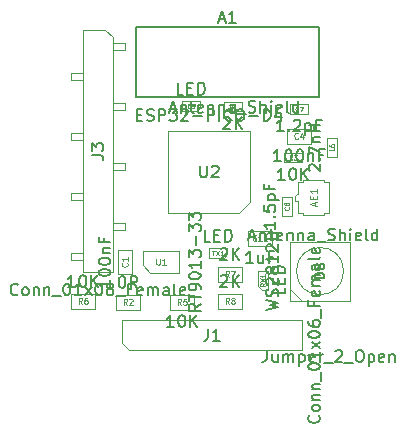
<source format=gbr>
%TF.GenerationSoftware,KiCad,Pcbnew,(5.1.9)-1*%
%TF.CreationDate,2021-06-07T11:13:51+02:00*%
%TF.ProjectId,esp32PicoD4,65737033-3250-4696-936f-44342e6b6963,rev?*%
%TF.SameCoordinates,Original*%
%TF.FileFunction,Other,Fab,Top*%
%FSLAX46Y46*%
G04 Gerber Fmt 4.6, Leading zero omitted, Abs format (unit mm)*
G04 Created by KiCad (PCBNEW (5.1.9)-1) date 2021-06-07 11:13:51*
%MOMM*%
%LPD*%
G01*
G04 APERTURE LIST*
%ADD10C,0.100000*%
%ADD11C,0.150000*%
%ADD12C,0.060000*%
%ADD13C,0.090000*%
%ADD14C,0.080000*%
%ADD15C,0.075000*%
G04 APERTURE END LIST*
D10*
%TO.C,R3*%
X205778000Y-87572000D02*
X204178000Y-87572000D01*
X205778000Y-86772000D02*
X205778000Y-87572000D01*
X204178000Y-86772000D02*
X205778000Y-86772000D01*
X204178000Y-87572000D02*
X204178000Y-86772000D01*
%TO.C,AE1*%
X205823000Y-92024000D02*
X205823000Y-91824000D01*
X205823000Y-91824000D02*
X205423000Y-91824000D01*
X205423000Y-90824000D02*
X205423000Y-91824000D01*
X205173000Y-90824000D02*
X205423000Y-90824000D01*
X205173000Y-90824000D02*
X205173000Y-90374000D01*
X205323000Y-90224000D02*
X205423000Y-90224000D01*
X205423000Y-90224000D02*
X205423000Y-89224000D01*
X205823000Y-89024000D02*
X205823000Y-89224000D01*
X205823000Y-89224000D02*
X205423000Y-89224000D01*
X205823000Y-92024000D02*
X207623000Y-92024000D01*
X207623000Y-92024000D02*
X207623000Y-91824000D01*
X208023000Y-91824000D02*
X207623000Y-91824000D01*
X208023000Y-89224000D02*
X208023000Y-91824000D01*
X205823000Y-89024000D02*
X207623000Y-89024000D01*
X207623000Y-89024000D02*
X207623000Y-89224000D01*
X208023000Y-89224000D02*
X207623000Y-89224000D01*
X205323000Y-90224000D02*
X205173000Y-90374000D01*
%TO.C,C1*%
X190129000Y-95012000D02*
X191379000Y-95012000D01*
X191379000Y-95012000D02*
X191379000Y-97012000D01*
X191379000Y-97012000D02*
X190129000Y-97012000D01*
X190129000Y-97012000D02*
X190129000Y-95012000D01*
%TO.C,L6*%
X207880000Y-85500000D02*
X208680000Y-85500000D01*
X208680000Y-85500000D02*
X208680000Y-87100000D01*
X208680000Y-87100000D02*
X207880000Y-87100000D01*
X207880000Y-87100000D02*
X207880000Y-85500000D01*
%TO.C,C8*%
X204070000Y-90486000D02*
X204870000Y-90486000D01*
X204870000Y-90486000D02*
X204870000Y-92086000D01*
X204870000Y-92086000D02*
X204070000Y-92086000D01*
X204070000Y-92086000D02*
X204070000Y-90486000D01*
%TO.C,C7*%
X204686000Y-83458000D02*
X204686000Y-82658000D01*
X204686000Y-82658000D02*
X206286000Y-82658000D01*
X206286000Y-82658000D02*
X206286000Y-83458000D01*
X206286000Y-83458000D02*
X204686000Y-83458000D01*
%TO.C,D8*%
X205764000Y-99274000D02*
X204764000Y-98274000D01*
X209764000Y-94274000D02*
X204764000Y-94274000D01*
X204764000Y-94274000D02*
X204764000Y-99274000D01*
X204764000Y-99274000D02*
X209764000Y-99274000D01*
X209764000Y-99274000D02*
X209764000Y-94274000D01*
X209264000Y-96774000D02*
G75*
G03*
X209264000Y-96774000I-2000000J0D01*
G01*
%TO.C,R1*%
X199098000Y-83250000D02*
X199098000Y-82450000D01*
X199098000Y-82450000D02*
X200698000Y-82450000D01*
X200698000Y-82450000D02*
X200698000Y-83250000D01*
X200698000Y-83250000D02*
X199098000Y-83250000D01*
%TO.C,R8*%
X198644000Y-98689000D02*
X200644000Y-98689000D01*
X198644000Y-99939000D02*
X198644000Y-98689000D01*
X200644000Y-99939000D02*
X198644000Y-99939000D01*
X200644000Y-98689000D02*
X200644000Y-99939000D01*
%TO.C,R7*%
X198644000Y-96403000D02*
X200644000Y-96403000D01*
X198644000Y-97653000D02*
X198644000Y-96403000D01*
X200644000Y-97653000D02*
X198644000Y-97653000D01*
X200644000Y-96403000D02*
X200644000Y-97653000D01*
%TO.C,RX1*%
X202838000Y-96736000D02*
X202038000Y-96736000D01*
X202838000Y-98336000D02*
X202838000Y-96736000D01*
X202338000Y-98336000D02*
X202838000Y-98336000D01*
X202038000Y-98036000D02*
X202338000Y-98336000D01*
X202038000Y-96736000D02*
X202038000Y-98036000D01*
%TO.C,TX1*%
X197828000Y-94850000D02*
X197828000Y-95650000D01*
X199428000Y-94850000D02*
X197828000Y-94850000D01*
X199428000Y-95350000D02*
X199428000Y-94850000D01*
X199128000Y-95650000D02*
X199428000Y-95350000D01*
X197828000Y-95650000D02*
X199128000Y-95650000D01*
%TO.C,J1*%
X190500000Y-102843000D02*
X190500000Y-100938000D01*
X190500000Y-100938000D02*
X205740000Y-100938000D01*
X205740000Y-100938000D02*
X205740000Y-103478000D01*
X205740000Y-103478000D02*
X191135000Y-103478000D01*
X191135000Y-103478000D02*
X190500000Y-102843000D01*
%TO.C,R5*%
X194580000Y-100025000D02*
X194580000Y-98775000D01*
X194580000Y-98775000D02*
X196580000Y-98775000D01*
X196580000Y-98775000D02*
X196580000Y-100025000D01*
X196580000Y-100025000D02*
X194580000Y-100025000D01*
%TO.C,R2*%
X192008000Y-98775000D02*
X192008000Y-100025000D01*
X192008000Y-100025000D02*
X190008000Y-100025000D01*
X190008000Y-100025000D02*
X190008000Y-98775000D01*
X190008000Y-98775000D02*
X192008000Y-98775000D01*
%TO.C,R6*%
X188198000Y-98689000D02*
X188198000Y-99939000D01*
X188198000Y-99939000D02*
X186198000Y-99939000D01*
X186198000Y-99939000D02*
X186198000Y-98689000D01*
X186198000Y-98689000D02*
X188198000Y-98689000D01*
%TO.C,C11*%
X201184000Y-94605000D02*
X201184000Y-93355000D01*
X201184000Y-93355000D02*
X203184000Y-93355000D01*
X203184000Y-93355000D02*
X203184000Y-94605000D01*
X203184000Y-94605000D02*
X201184000Y-94605000D01*
%TO.C,C4*%
X204486000Y-85969000D02*
X204486000Y-84719000D01*
X204486000Y-84719000D02*
X206486000Y-84719000D01*
X206486000Y-84719000D02*
X206486000Y-85969000D01*
X206486000Y-85969000D02*
X204486000Y-85969000D01*
%TO.C,U2*%
X200366000Y-91892000D02*
X194366000Y-91892000D01*
X194366000Y-91892000D02*
X194366000Y-84892000D01*
X194366000Y-84892000D02*
X201366000Y-84892000D01*
X201366000Y-84892000D02*
X201366000Y-90892000D01*
X201366000Y-90892000D02*
X200366000Y-91892000D01*
%TO.C,U1*%
X192902000Y-96900000D02*
X192252000Y-96250000D01*
X192252000Y-95100000D02*
X192252000Y-96250000D01*
X192902000Y-96900000D02*
X195352000Y-96900000D01*
X195352000Y-95100000D02*
X195352000Y-96900000D01*
X192252000Y-95100000D02*
X195352000Y-95100000D01*
%TO.C,J3*%
X187198000Y-76354000D02*
X189103000Y-76354000D01*
X189103000Y-76354000D02*
X189738000Y-76989000D01*
X189738000Y-76989000D02*
X189738000Y-96874000D01*
X189738000Y-96874000D02*
X187198000Y-96874000D01*
X187198000Y-96874000D02*
X187198000Y-76354000D01*
X189738000Y-77424000D02*
X190738000Y-77424000D01*
X190738000Y-77424000D02*
X190738000Y-78024000D01*
X190738000Y-78024000D02*
X189738000Y-78024000D01*
X186198000Y-79964000D02*
X187198000Y-79964000D01*
X187198000Y-80564000D02*
X186198000Y-80564000D01*
X186198000Y-80564000D02*
X186198000Y-79964000D01*
X189738000Y-82504000D02*
X190738000Y-82504000D01*
X190738000Y-82504000D02*
X190738000Y-83104000D01*
X190738000Y-83104000D02*
X189738000Y-83104000D01*
X186198000Y-85044000D02*
X187198000Y-85044000D01*
X187198000Y-85644000D02*
X186198000Y-85644000D01*
X186198000Y-85644000D02*
X186198000Y-85044000D01*
X189738000Y-87584000D02*
X190738000Y-87584000D01*
X190738000Y-87584000D02*
X190738000Y-88184000D01*
X190738000Y-88184000D02*
X189738000Y-88184000D01*
X186198000Y-90124000D02*
X187198000Y-90124000D01*
X187198000Y-90724000D02*
X186198000Y-90724000D01*
X186198000Y-90724000D02*
X186198000Y-90124000D01*
X189738000Y-92664000D02*
X190738000Y-92664000D01*
X190738000Y-92664000D02*
X190738000Y-93264000D01*
X190738000Y-93264000D02*
X189738000Y-93264000D01*
X186198000Y-95204000D02*
X187198000Y-95204000D01*
X187198000Y-95804000D02*
X186198000Y-95804000D01*
X186198000Y-95804000D02*
X186198000Y-95204000D01*
%TO.C,D9*%
X195542000Y-83204000D02*
X196842000Y-83204000D01*
X196842000Y-83204000D02*
X197142000Y-82904000D01*
X197142000Y-82904000D02*
X197142000Y-82404000D01*
X197142000Y-82404000D02*
X195542000Y-82404000D01*
X195542000Y-82404000D02*
X195542000Y-83204000D01*
D11*
%TO.C,A1*%
X191662000Y-76084000D02*
X191662000Y-82034000D01*
X207162000Y-82034000D02*
X207162000Y-76084000D01*
X191662000Y-82034000D02*
X207162000Y-82034000D01*
X207162000Y-76084000D02*
X191662000Y-76084000D01*
%TD*%
%TO.C,R3*%
X204287523Y-89054380D02*
X203716095Y-89054380D01*
X204001809Y-89054380D02*
X204001809Y-88054380D01*
X203906571Y-88197238D01*
X203811333Y-88292476D01*
X203716095Y-88340095D01*
X204906571Y-88054380D02*
X205001809Y-88054380D01*
X205097047Y-88102000D01*
X205144666Y-88149619D01*
X205192285Y-88244857D01*
X205239904Y-88435333D01*
X205239904Y-88673428D01*
X205192285Y-88863904D01*
X205144666Y-88959142D01*
X205097047Y-89006761D01*
X205001809Y-89054380D01*
X204906571Y-89054380D01*
X204811333Y-89006761D01*
X204763714Y-88959142D01*
X204716095Y-88863904D01*
X204668476Y-88673428D01*
X204668476Y-88435333D01*
X204716095Y-88244857D01*
X204763714Y-88149619D01*
X204811333Y-88102000D01*
X204906571Y-88054380D01*
X205668476Y-89054380D02*
X205668476Y-88054380D01*
X206239904Y-89054380D02*
X205811333Y-88482952D01*
X206239904Y-88054380D02*
X205668476Y-88625809D01*
D12*
X204911333Y-87352952D02*
X204778000Y-87162476D01*
X204682761Y-87352952D02*
X204682761Y-86952952D01*
X204835142Y-86952952D01*
X204873238Y-86972000D01*
X204892285Y-86991047D01*
X204911333Y-87029142D01*
X204911333Y-87086285D01*
X204892285Y-87124380D01*
X204873238Y-87143428D01*
X204835142Y-87162476D01*
X204682761Y-87162476D01*
X205044666Y-86952952D02*
X205292285Y-86952952D01*
X205158952Y-87105333D01*
X205216095Y-87105333D01*
X205254190Y-87124380D01*
X205273238Y-87143428D01*
X205292285Y-87181523D01*
X205292285Y-87276761D01*
X205273238Y-87314857D01*
X205254190Y-87333904D01*
X205216095Y-87352952D01*
X205101809Y-87352952D01*
X205063714Y-87333904D01*
X205044666Y-87314857D01*
%TO.C,AE1*%
D11*
X201270619Y-93890666D02*
X201746809Y-93890666D01*
X201175380Y-94176380D02*
X201508714Y-93176380D01*
X201842047Y-94176380D01*
X202175380Y-93509714D02*
X202175380Y-94176380D01*
X202175380Y-93604952D02*
X202223000Y-93557333D01*
X202318238Y-93509714D01*
X202461095Y-93509714D01*
X202556333Y-93557333D01*
X202603952Y-93652571D01*
X202603952Y-94176380D01*
X202937285Y-93509714D02*
X203318238Y-93509714D01*
X203080142Y-93176380D02*
X203080142Y-94033523D01*
X203127761Y-94128761D01*
X203223000Y-94176380D01*
X203318238Y-94176380D01*
X204032523Y-94128761D02*
X203937285Y-94176380D01*
X203746809Y-94176380D01*
X203651571Y-94128761D01*
X203603952Y-94033523D01*
X203603952Y-93652571D01*
X203651571Y-93557333D01*
X203746809Y-93509714D01*
X203937285Y-93509714D01*
X204032523Y-93557333D01*
X204080142Y-93652571D01*
X204080142Y-93747809D01*
X203603952Y-93843047D01*
X204508714Y-93509714D02*
X204508714Y-94176380D01*
X204508714Y-93604952D02*
X204556333Y-93557333D01*
X204651571Y-93509714D01*
X204794428Y-93509714D01*
X204889666Y-93557333D01*
X204937285Y-93652571D01*
X204937285Y-94176380D01*
X205413476Y-93509714D02*
X205413476Y-94176380D01*
X205413476Y-93604952D02*
X205461095Y-93557333D01*
X205556333Y-93509714D01*
X205699190Y-93509714D01*
X205794428Y-93557333D01*
X205842047Y-93652571D01*
X205842047Y-94176380D01*
X206746809Y-94176380D02*
X206746809Y-93652571D01*
X206699190Y-93557333D01*
X206603952Y-93509714D01*
X206413476Y-93509714D01*
X206318238Y-93557333D01*
X206746809Y-94128761D02*
X206651571Y-94176380D01*
X206413476Y-94176380D01*
X206318238Y-94128761D01*
X206270619Y-94033523D01*
X206270619Y-93938285D01*
X206318238Y-93843047D01*
X206413476Y-93795428D01*
X206651571Y-93795428D01*
X206746809Y-93747809D01*
X206984904Y-94271619D02*
X207746809Y-94271619D01*
X207937285Y-94128761D02*
X208080142Y-94176380D01*
X208318238Y-94176380D01*
X208413476Y-94128761D01*
X208461095Y-94081142D01*
X208508714Y-93985904D01*
X208508714Y-93890666D01*
X208461095Y-93795428D01*
X208413476Y-93747809D01*
X208318238Y-93700190D01*
X208127761Y-93652571D01*
X208032523Y-93604952D01*
X207984904Y-93557333D01*
X207937285Y-93462095D01*
X207937285Y-93366857D01*
X207984904Y-93271619D01*
X208032523Y-93224000D01*
X208127761Y-93176380D01*
X208365857Y-93176380D01*
X208508714Y-93224000D01*
X208937285Y-94176380D02*
X208937285Y-93176380D01*
X209365857Y-94176380D02*
X209365857Y-93652571D01*
X209318238Y-93557333D01*
X209223000Y-93509714D01*
X209080142Y-93509714D01*
X208984904Y-93557333D01*
X208937285Y-93604952D01*
X209842047Y-94176380D02*
X209842047Y-93509714D01*
X209842047Y-93176380D02*
X209794428Y-93224000D01*
X209842047Y-93271619D01*
X209889666Y-93224000D01*
X209842047Y-93176380D01*
X209842047Y-93271619D01*
X210699190Y-94128761D02*
X210603952Y-94176380D01*
X210413476Y-94176380D01*
X210318238Y-94128761D01*
X210270619Y-94033523D01*
X210270619Y-93652571D01*
X210318238Y-93557333D01*
X210413476Y-93509714D01*
X210603952Y-93509714D01*
X210699190Y-93557333D01*
X210746809Y-93652571D01*
X210746809Y-93747809D01*
X210270619Y-93843047D01*
X211318238Y-94176380D02*
X211223000Y-94128761D01*
X211175380Y-94033523D01*
X211175380Y-93176380D01*
X212127761Y-94176380D02*
X212127761Y-93176380D01*
X212127761Y-94128761D02*
X212032523Y-94176380D01*
X211842047Y-94176380D01*
X211746809Y-94128761D01*
X211699190Y-94081142D01*
X211651571Y-93985904D01*
X211651571Y-93700190D01*
X211699190Y-93604952D01*
X211746809Y-93557333D01*
X211842047Y-93509714D01*
X212032523Y-93509714D01*
X212127761Y-93557333D01*
D13*
X206823000Y-91224000D02*
X206823000Y-90938285D01*
X206994428Y-91281142D02*
X206394428Y-91081142D01*
X206994428Y-90881142D01*
X206680142Y-90681142D02*
X206680142Y-90481142D01*
X206994428Y-90395428D02*
X206994428Y-90681142D01*
X206394428Y-90681142D01*
X206394428Y-90395428D01*
X206994428Y-89824000D02*
X206994428Y-90166857D01*
X206994428Y-89995428D02*
X206394428Y-89995428D01*
X206480142Y-90052571D01*
X206537285Y-90109714D01*
X206565857Y-90166857D01*
%TO.C,B1*%
D11*
X202764095Y-103460380D02*
X202764095Y-104174666D01*
X202716476Y-104317523D01*
X202621238Y-104412761D01*
X202478380Y-104460380D01*
X202383142Y-104460380D01*
X203668857Y-103793714D02*
X203668857Y-104460380D01*
X203240285Y-103793714D02*
X203240285Y-104317523D01*
X203287904Y-104412761D01*
X203383142Y-104460380D01*
X203526000Y-104460380D01*
X203621238Y-104412761D01*
X203668857Y-104365142D01*
X204145047Y-104460380D02*
X204145047Y-103793714D01*
X204145047Y-103888952D02*
X204192666Y-103841333D01*
X204287904Y-103793714D01*
X204430761Y-103793714D01*
X204526000Y-103841333D01*
X204573619Y-103936571D01*
X204573619Y-104460380D01*
X204573619Y-103936571D02*
X204621238Y-103841333D01*
X204716476Y-103793714D01*
X204859333Y-103793714D01*
X204954571Y-103841333D01*
X205002190Y-103936571D01*
X205002190Y-104460380D01*
X205478380Y-103793714D02*
X205478380Y-104793714D01*
X205478380Y-103841333D02*
X205573619Y-103793714D01*
X205764095Y-103793714D01*
X205859333Y-103841333D01*
X205906952Y-103888952D01*
X205954571Y-103984190D01*
X205954571Y-104269904D01*
X205906952Y-104365142D01*
X205859333Y-104412761D01*
X205764095Y-104460380D01*
X205573619Y-104460380D01*
X205478380Y-104412761D01*
X206764095Y-104412761D02*
X206668857Y-104460380D01*
X206478380Y-104460380D01*
X206383142Y-104412761D01*
X206335523Y-104317523D01*
X206335523Y-103936571D01*
X206383142Y-103841333D01*
X206478380Y-103793714D01*
X206668857Y-103793714D01*
X206764095Y-103841333D01*
X206811714Y-103936571D01*
X206811714Y-104031809D01*
X206335523Y-104127047D01*
X207240285Y-104460380D02*
X207240285Y-103793714D01*
X207240285Y-103984190D02*
X207287904Y-103888952D01*
X207335523Y-103841333D01*
X207430761Y-103793714D01*
X207526000Y-103793714D01*
X207621238Y-104555619D02*
X208383142Y-104555619D01*
X208573619Y-103555619D02*
X208621238Y-103508000D01*
X208716476Y-103460380D01*
X208954571Y-103460380D01*
X209049809Y-103508000D01*
X209097428Y-103555619D01*
X209145047Y-103650857D01*
X209145047Y-103746095D01*
X209097428Y-103888952D01*
X208526000Y-104460380D01*
X209145047Y-104460380D01*
X209335523Y-104555619D02*
X210097428Y-104555619D01*
X210526000Y-103460380D02*
X210716476Y-103460380D01*
X210811714Y-103508000D01*
X210906952Y-103603238D01*
X210954571Y-103793714D01*
X210954571Y-104127047D01*
X210906952Y-104317523D01*
X210811714Y-104412761D01*
X210716476Y-104460380D01*
X210526000Y-104460380D01*
X210430761Y-104412761D01*
X210335523Y-104317523D01*
X210287904Y-104127047D01*
X210287904Y-103793714D01*
X210335523Y-103603238D01*
X210430761Y-103508000D01*
X210526000Y-103460380D01*
X211383142Y-103793714D02*
X211383142Y-104793714D01*
X211383142Y-103841333D02*
X211478380Y-103793714D01*
X211668857Y-103793714D01*
X211764095Y-103841333D01*
X211811714Y-103888952D01*
X211859333Y-103984190D01*
X211859333Y-104269904D01*
X211811714Y-104365142D01*
X211764095Y-104412761D01*
X211668857Y-104460380D01*
X211478380Y-104460380D01*
X211383142Y-104412761D01*
X212668857Y-104412761D02*
X212573619Y-104460380D01*
X212383142Y-104460380D01*
X212287904Y-104412761D01*
X212240285Y-104317523D01*
X212240285Y-103936571D01*
X212287904Y-103841333D01*
X212383142Y-103793714D01*
X212573619Y-103793714D01*
X212668857Y-103841333D01*
X212716476Y-103936571D01*
X212716476Y-104031809D01*
X212240285Y-104127047D01*
X213145047Y-103793714D02*
X213145047Y-104460380D01*
X213145047Y-103888952D02*
X213192666Y-103841333D01*
X213287904Y-103793714D01*
X213430761Y-103793714D01*
X213526000Y-103841333D01*
X213573619Y-103936571D01*
X213573619Y-104460380D01*
%TO.C,C1*%
X189526380Y-97559619D02*
X189526380Y-98131047D01*
X189526380Y-97845333D02*
X188526380Y-97845333D01*
X188669238Y-97940571D01*
X188764476Y-98035809D01*
X188812095Y-98131047D01*
X188526380Y-96940571D02*
X188526380Y-96845333D01*
X188574000Y-96750095D01*
X188621619Y-96702476D01*
X188716857Y-96654857D01*
X188907333Y-96607238D01*
X189145428Y-96607238D01*
X189335904Y-96654857D01*
X189431142Y-96702476D01*
X189478761Y-96750095D01*
X189526380Y-96845333D01*
X189526380Y-96940571D01*
X189478761Y-97035809D01*
X189431142Y-97083428D01*
X189335904Y-97131047D01*
X189145428Y-97178666D01*
X188907333Y-97178666D01*
X188716857Y-97131047D01*
X188621619Y-97083428D01*
X188574000Y-97035809D01*
X188526380Y-96940571D01*
X188526380Y-95988190D02*
X188526380Y-95892952D01*
X188574000Y-95797714D01*
X188621619Y-95750095D01*
X188716857Y-95702476D01*
X188907333Y-95654857D01*
X189145428Y-95654857D01*
X189335904Y-95702476D01*
X189431142Y-95750095D01*
X189478761Y-95797714D01*
X189526380Y-95892952D01*
X189526380Y-95988190D01*
X189478761Y-96083428D01*
X189431142Y-96131047D01*
X189335904Y-96178666D01*
X189145428Y-96226285D01*
X188907333Y-96226285D01*
X188716857Y-96178666D01*
X188621619Y-96131047D01*
X188574000Y-96083428D01*
X188526380Y-95988190D01*
X188859714Y-95226285D02*
X189526380Y-95226285D01*
X188954952Y-95226285D02*
X188907333Y-95178666D01*
X188859714Y-95083428D01*
X188859714Y-94940571D01*
X188907333Y-94845333D01*
X189002571Y-94797714D01*
X189526380Y-94797714D01*
X189002571Y-93988190D02*
X189002571Y-94321523D01*
X189526380Y-94321523D02*
X188526380Y-94321523D01*
X188526380Y-93845333D01*
D14*
X190932571Y-96095333D02*
X190956380Y-96119142D01*
X190980190Y-96190571D01*
X190980190Y-96238190D01*
X190956380Y-96309619D01*
X190908761Y-96357238D01*
X190861142Y-96381047D01*
X190765904Y-96404857D01*
X190694476Y-96404857D01*
X190599238Y-96381047D01*
X190551619Y-96357238D01*
X190504000Y-96309619D01*
X190480190Y-96238190D01*
X190480190Y-96190571D01*
X190504000Y-96119142D01*
X190527809Y-96095333D01*
X190980190Y-95619142D02*
X190980190Y-95904857D01*
X190980190Y-95762000D02*
X190480190Y-95762000D01*
X190551619Y-95809619D01*
X190599238Y-95857238D01*
X190623047Y-95904857D01*
%TO.C,L6*%
D11*
X206397619Y-88276190D02*
X206350000Y-88228571D01*
X206302380Y-88133333D01*
X206302380Y-87895238D01*
X206350000Y-87800000D01*
X206397619Y-87752380D01*
X206492857Y-87704761D01*
X206588095Y-87704761D01*
X206730952Y-87752380D01*
X207302380Y-88323809D01*
X207302380Y-87704761D01*
X207207142Y-87276190D02*
X207254761Y-87228571D01*
X207302380Y-87276190D01*
X207254761Y-87323809D01*
X207207142Y-87276190D01*
X207302380Y-87276190D01*
X206302380Y-86895238D02*
X206302380Y-86228571D01*
X207302380Y-86657142D01*
X206635714Y-85847619D02*
X207302380Y-85847619D01*
X206730952Y-85847619D02*
X206683333Y-85800000D01*
X206635714Y-85704761D01*
X206635714Y-85561904D01*
X206683333Y-85466666D01*
X206778571Y-85419047D01*
X207302380Y-85419047D01*
X207302380Y-84942857D02*
X206302380Y-84942857D01*
X206778571Y-84942857D02*
X206778571Y-84371428D01*
X207302380Y-84371428D02*
X206302380Y-84371428D01*
D12*
X208460952Y-86366666D02*
X208460952Y-86557142D01*
X208060952Y-86557142D01*
X208060952Y-86061904D02*
X208060952Y-86138095D01*
X208080000Y-86176190D01*
X208099047Y-86195238D01*
X208156190Y-86233333D01*
X208232380Y-86252380D01*
X208384761Y-86252380D01*
X208422857Y-86233333D01*
X208441904Y-86214285D01*
X208460952Y-86176190D01*
X208460952Y-86100000D01*
X208441904Y-86061904D01*
X208422857Y-86042857D01*
X208384761Y-86023809D01*
X208289523Y-86023809D01*
X208251428Y-86042857D01*
X208232380Y-86061904D01*
X208213333Y-86100000D01*
X208213333Y-86176190D01*
X208232380Y-86214285D01*
X208251428Y-86233333D01*
X208289523Y-86252380D01*
%TO.C,C8*%
D11*
X203492380Y-92595523D02*
X203492380Y-93166952D01*
X203492380Y-92881238D02*
X202492380Y-92881238D01*
X202635238Y-92976476D01*
X202730476Y-93071714D01*
X202778095Y-93166952D01*
X203397142Y-92166952D02*
X203444761Y-92119333D01*
X203492380Y-92166952D01*
X203444761Y-92214571D01*
X203397142Y-92166952D01*
X203492380Y-92166952D01*
X202492380Y-91214571D02*
X202492380Y-91690761D01*
X202968571Y-91738380D01*
X202920952Y-91690761D01*
X202873333Y-91595523D01*
X202873333Y-91357428D01*
X202920952Y-91262190D01*
X202968571Y-91214571D01*
X203063809Y-91166952D01*
X203301904Y-91166952D01*
X203397142Y-91214571D01*
X203444761Y-91262190D01*
X203492380Y-91357428D01*
X203492380Y-91595523D01*
X203444761Y-91690761D01*
X203397142Y-91738380D01*
X202825714Y-90738380D02*
X203825714Y-90738380D01*
X202873333Y-90738380D02*
X202825714Y-90643142D01*
X202825714Y-90452666D01*
X202873333Y-90357428D01*
X202920952Y-90309809D01*
X203016190Y-90262190D01*
X203301904Y-90262190D01*
X203397142Y-90309809D01*
X203444761Y-90357428D01*
X203492380Y-90452666D01*
X203492380Y-90643142D01*
X203444761Y-90738380D01*
X202968571Y-89500285D02*
X202968571Y-89833619D01*
X203492380Y-89833619D02*
X202492380Y-89833619D01*
X202492380Y-89357428D01*
D12*
X204612857Y-91352666D02*
X204631904Y-91371714D01*
X204650952Y-91428857D01*
X204650952Y-91466952D01*
X204631904Y-91524095D01*
X204593809Y-91562190D01*
X204555714Y-91581238D01*
X204479523Y-91600285D01*
X204422380Y-91600285D01*
X204346190Y-91581238D01*
X204308095Y-91562190D01*
X204270000Y-91524095D01*
X204250952Y-91466952D01*
X204250952Y-91428857D01*
X204270000Y-91371714D01*
X204289047Y-91352666D01*
X204422380Y-91124095D02*
X204403333Y-91162190D01*
X204384285Y-91181238D01*
X204346190Y-91200285D01*
X204327142Y-91200285D01*
X204289047Y-91181238D01*
X204270000Y-91162190D01*
X204250952Y-91124095D01*
X204250952Y-91047904D01*
X204270000Y-91009809D01*
X204289047Y-90990761D01*
X204327142Y-90971714D01*
X204346190Y-90971714D01*
X204384285Y-90990761D01*
X204403333Y-91009809D01*
X204422380Y-91047904D01*
X204422380Y-91124095D01*
X204441428Y-91162190D01*
X204460476Y-91181238D01*
X204498571Y-91200285D01*
X204574761Y-91200285D01*
X204612857Y-91181238D01*
X204631904Y-91162190D01*
X204650952Y-91124095D01*
X204650952Y-91047904D01*
X204631904Y-91009809D01*
X204612857Y-90990761D01*
X204574761Y-90971714D01*
X204498571Y-90971714D01*
X204460476Y-90990761D01*
X204441428Y-91009809D01*
X204422380Y-91047904D01*
%TO.C,C7*%
D11*
X204176476Y-84940380D02*
X203605047Y-84940380D01*
X203890761Y-84940380D02*
X203890761Y-83940380D01*
X203795523Y-84083238D01*
X203700285Y-84178476D01*
X203605047Y-84226095D01*
X204605047Y-84845142D02*
X204652666Y-84892761D01*
X204605047Y-84940380D01*
X204557428Y-84892761D01*
X204605047Y-84845142D01*
X204605047Y-84940380D01*
X205033619Y-84035619D02*
X205081238Y-83988000D01*
X205176476Y-83940380D01*
X205414571Y-83940380D01*
X205509809Y-83988000D01*
X205557428Y-84035619D01*
X205605047Y-84130857D01*
X205605047Y-84226095D01*
X205557428Y-84368952D01*
X204986000Y-84940380D01*
X205605047Y-84940380D01*
X206033619Y-84273714D02*
X206033619Y-85273714D01*
X206033619Y-84321333D02*
X206128857Y-84273714D01*
X206319333Y-84273714D01*
X206414571Y-84321333D01*
X206462190Y-84368952D01*
X206509809Y-84464190D01*
X206509809Y-84749904D01*
X206462190Y-84845142D01*
X206414571Y-84892761D01*
X206319333Y-84940380D01*
X206128857Y-84940380D01*
X206033619Y-84892761D01*
X207271714Y-84416571D02*
X206938380Y-84416571D01*
X206938380Y-84940380D02*
X206938380Y-83940380D01*
X207414571Y-83940380D01*
D12*
X205419333Y-83200857D02*
X205400285Y-83219904D01*
X205343142Y-83238952D01*
X205305047Y-83238952D01*
X205247904Y-83219904D01*
X205209809Y-83181809D01*
X205190761Y-83143714D01*
X205171714Y-83067523D01*
X205171714Y-83010380D01*
X205190761Y-82934190D01*
X205209809Y-82896095D01*
X205247904Y-82858000D01*
X205305047Y-82838952D01*
X205343142Y-82838952D01*
X205400285Y-82858000D01*
X205419333Y-82877047D01*
X205552666Y-82838952D02*
X205819333Y-82838952D01*
X205647904Y-83238952D01*
%TO.C,D8*%
D11*
X202716380Y-100083523D02*
X203716380Y-99845428D01*
X203002095Y-99654952D01*
X203716380Y-99464476D01*
X202716380Y-99226380D01*
X203668761Y-98893047D02*
X203716380Y-98750190D01*
X203716380Y-98512095D01*
X203668761Y-98416857D01*
X203621142Y-98369238D01*
X203525904Y-98321619D01*
X203430666Y-98321619D01*
X203335428Y-98369238D01*
X203287809Y-98416857D01*
X203240190Y-98512095D01*
X203192571Y-98702571D01*
X203144952Y-98797809D01*
X203097333Y-98845428D01*
X203002095Y-98893047D01*
X202906857Y-98893047D01*
X202811619Y-98845428D01*
X202764000Y-98797809D01*
X202716380Y-98702571D01*
X202716380Y-98464476D01*
X202764000Y-98321619D01*
X202811619Y-97940666D02*
X202764000Y-97893047D01*
X202716380Y-97797809D01*
X202716380Y-97559714D01*
X202764000Y-97464476D01*
X202811619Y-97416857D01*
X202906857Y-97369238D01*
X203002095Y-97369238D01*
X203144952Y-97416857D01*
X203716380Y-97988285D01*
X203716380Y-97369238D01*
X203144952Y-96797809D02*
X203097333Y-96893047D01*
X203049714Y-96940666D01*
X202954476Y-96988285D01*
X202906857Y-96988285D01*
X202811619Y-96940666D01*
X202764000Y-96893047D01*
X202716380Y-96797809D01*
X202716380Y-96607333D01*
X202764000Y-96512095D01*
X202811619Y-96464476D01*
X202906857Y-96416857D01*
X202954476Y-96416857D01*
X203049714Y-96464476D01*
X203097333Y-96512095D01*
X203144952Y-96607333D01*
X203144952Y-96797809D01*
X203192571Y-96893047D01*
X203240190Y-96940666D01*
X203335428Y-96988285D01*
X203525904Y-96988285D01*
X203621142Y-96940666D01*
X203668761Y-96893047D01*
X203716380Y-96797809D01*
X203716380Y-96607333D01*
X203668761Y-96512095D01*
X203621142Y-96464476D01*
X203525904Y-96416857D01*
X203335428Y-96416857D01*
X203240190Y-96464476D01*
X203192571Y-96512095D01*
X203144952Y-96607333D01*
X203716380Y-95464476D02*
X203716380Y-96035904D01*
X203716380Y-95750190D02*
X202716380Y-95750190D01*
X202859238Y-95845428D01*
X202954476Y-95940666D01*
X203002095Y-96035904D01*
X202811619Y-95083523D02*
X202764000Y-95035904D01*
X202716380Y-94940666D01*
X202716380Y-94702571D01*
X202764000Y-94607333D01*
X202811619Y-94559714D01*
X202906857Y-94512095D01*
X203002095Y-94512095D01*
X203144952Y-94559714D01*
X203716380Y-95131142D01*
X203716380Y-94512095D01*
X203192571Y-93750190D02*
X203240190Y-93607333D01*
X203287809Y-93559714D01*
X203383047Y-93512095D01*
X203525904Y-93512095D01*
X203621142Y-93559714D01*
X203668761Y-93607333D01*
X203716380Y-93702571D01*
X203716380Y-94083523D01*
X202716380Y-94083523D01*
X202716380Y-93750190D01*
X202764000Y-93654952D01*
X202811619Y-93607333D01*
X202906857Y-93559714D01*
X203002095Y-93559714D01*
X203097333Y-93607333D01*
X203144952Y-93654952D01*
X203192571Y-93750190D01*
X203192571Y-94083523D01*
X207625904Y-97364476D02*
X206825904Y-97364476D01*
X206825904Y-97174000D01*
X206864000Y-97059714D01*
X206940190Y-96983523D01*
X207016380Y-96945428D01*
X207168761Y-96907333D01*
X207283047Y-96907333D01*
X207435428Y-96945428D01*
X207511619Y-96983523D01*
X207587809Y-97059714D01*
X207625904Y-97174000D01*
X207625904Y-97364476D01*
X207168761Y-96450190D02*
X207130666Y-96526380D01*
X207092571Y-96564476D01*
X207016380Y-96602571D01*
X206978285Y-96602571D01*
X206902095Y-96564476D01*
X206864000Y-96526380D01*
X206825904Y-96450190D01*
X206825904Y-96297809D01*
X206864000Y-96221619D01*
X206902095Y-96183523D01*
X206978285Y-96145428D01*
X207016380Y-96145428D01*
X207092571Y-96183523D01*
X207130666Y-96221619D01*
X207168761Y-96297809D01*
X207168761Y-96450190D01*
X207206857Y-96526380D01*
X207244952Y-96564476D01*
X207321142Y-96602571D01*
X207473523Y-96602571D01*
X207549714Y-96564476D01*
X207587809Y-96526380D01*
X207625904Y-96450190D01*
X207625904Y-96297809D01*
X207587809Y-96221619D01*
X207549714Y-96183523D01*
X207473523Y-96145428D01*
X207321142Y-96145428D01*
X207244952Y-96183523D01*
X207206857Y-96221619D01*
X207168761Y-96297809D01*
%TO.C,R1*%
X199112285Y-83827619D02*
X199159904Y-83780000D01*
X199255142Y-83732380D01*
X199493238Y-83732380D01*
X199588476Y-83780000D01*
X199636095Y-83827619D01*
X199683714Y-83922857D01*
X199683714Y-84018095D01*
X199636095Y-84160952D01*
X199064666Y-84732380D01*
X199683714Y-84732380D01*
X200112285Y-84732380D02*
X200112285Y-83732380D01*
X200683714Y-84732380D02*
X200255142Y-84160952D01*
X200683714Y-83732380D02*
X200112285Y-84303809D01*
D12*
X199831333Y-83030952D02*
X199698000Y-82840476D01*
X199602761Y-83030952D02*
X199602761Y-82630952D01*
X199755142Y-82630952D01*
X199793238Y-82650000D01*
X199812285Y-82669047D01*
X199831333Y-82707142D01*
X199831333Y-82764285D01*
X199812285Y-82802380D01*
X199793238Y-82821428D01*
X199755142Y-82840476D01*
X199602761Y-82840476D01*
X200212285Y-83030952D02*
X199983714Y-83030952D01*
X200098000Y-83030952D02*
X200098000Y-82630952D01*
X200059904Y-82688095D01*
X200021809Y-82726190D01*
X199983714Y-82745238D01*
%TO.C,R8*%
D11*
X198858285Y-97211619D02*
X198905904Y-97164000D01*
X199001142Y-97116380D01*
X199239238Y-97116380D01*
X199334476Y-97164000D01*
X199382095Y-97211619D01*
X199429714Y-97306857D01*
X199429714Y-97402095D01*
X199382095Y-97544952D01*
X198810666Y-98116380D01*
X199429714Y-98116380D01*
X199858285Y-98116380D02*
X199858285Y-97116380D01*
X200429714Y-98116380D02*
X200001142Y-97544952D01*
X200429714Y-97116380D02*
X199858285Y-97687809D01*
D14*
X199560666Y-99540190D02*
X199394000Y-99302095D01*
X199274952Y-99540190D02*
X199274952Y-99040190D01*
X199465428Y-99040190D01*
X199513047Y-99064000D01*
X199536857Y-99087809D01*
X199560666Y-99135428D01*
X199560666Y-99206857D01*
X199536857Y-99254476D01*
X199513047Y-99278285D01*
X199465428Y-99302095D01*
X199274952Y-99302095D01*
X199846380Y-99254476D02*
X199798761Y-99230666D01*
X199774952Y-99206857D01*
X199751142Y-99159238D01*
X199751142Y-99135428D01*
X199774952Y-99087809D01*
X199798761Y-99064000D01*
X199846380Y-99040190D01*
X199941619Y-99040190D01*
X199989238Y-99064000D01*
X200013047Y-99087809D01*
X200036857Y-99135428D01*
X200036857Y-99159238D01*
X200013047Y-99206857D01*
X199989238Y-99230666D01*
X199941619Y-99254476D01*
X199846380Y-99254476D01*
X199798761Y-99278285D01*
X199774952Y-99302095D01*
X199751142Y-99349714D01*
X199751142Y-99444952D01*
X199774952Y-99492571D01*
X199798761Y-99516380D01*
X199846380Y-99540190D01*
X199941619Y-99540190D01*
X199989238Y-99516380D01*
X200013047Y-99492571D01*
X200036857Y-99444952D01*
X200036857Y-99349714D01*
X200013047Y-99302095D01*
X199989238Y-99278285D01*
X199941619Y-99254476D01*
%TO.C,R7*%
D11*
X198858285Y-94925619D02*
X198905904Y-94878000D01*
X199001142Y-94830380D01*
X199239238Y-94830380D01*
X199334476Y-94878000D01*
X199382095Y-94925619D01*
X199429714Y-95020857D01*
X199429714Y-95116095D01*
X199382095Y-95258952D01*
X198810666Y-95830380D01*
X199429714Y-95830380D01*
X199858285Y-95830380D02*
X199858285Y-94830380D01*
X200429714Y-95830380D02*
X200001142Y-95258952D01*
X200429714Y-94830380D02*
X199858285Y-95401809D01*
D14*
X199560666Y-97254190D02*
X199394000Y-97016095D01*
X199274952Y-97254190D02*
X199274952Y-96754190D01*
X199465428Y-96754190D01*
X199513047Y-96778000D01*
X199536857Y-96801809D01*
X199560666Y-96849428D01*
X199560666Y-96920857D01*
X199536857Y-96968476D01*
X199513047Y-96992285D01*
X199465428Y-97016095D01*
X199274952Y-97016095D01*
X199727333Y-96754190D02*
X200060666Y-96754190D01*
X199846380Y-97254190D01*
%TO.C,RX1*%
D11*
X204320380Y-98178857D02*
X204320380Y-98655047D01*
X203320380Y-98655047D01*
X203796571Y-97845523D02*
X203796571Y-97512190D01*
X204320380Y-97369333D02*
X204320380Y-97845523D01*
X203320380Y-97845523D01*
X203320380Y-97369333D01*
X204320380Y-96940761D02*
X203320380Y-96940761D01*
X203320380Y-96702666D01*
X203368000Y-96559809D01*
X203463238Y-96464571D01*
X203558476Y-96416952D01*
X203748952Y-96369333D01*
X203891809Y-96369333D01*
X204082285Y-96416952D01*
X204177523Y-96464571D01*
X204272761Y-96559809D01*
X204320380Y-96702666D01*
X204320380Y-96940761D01*
D12*
X202618952Y-97793142D02*
X202428476Y-97926476D01*
X202618952Y-98021714D02*
X202218952Y-98021714D01*
X202218952Y-97869333D01*
X202238000Y-97831238D01*
X202257047Y-97812190D01*
X202295142Y-97793142D01*
X202352285Y-97793142D01*
X202390380Y-97812190D01*
X202409428Y-97831238D01*
X202428476Y-97869333D01*
X202428476Y-98021714D01*
X202218952Y-97659809D02*
X202618952Y-97393142D01*
X202218952Y-97393142D02*
X202618952Y-97659809D01*
X202618952Y-97031238D02*
X202618952Y-97259809D01*
X202618952Y-97145523D02*
X202218952Y-97145523D01*
X202276095Y-97183619D01*
X202314190Y-97221714D01*
X202333238Y-97259809D01*
%TO.C,TX1*%
D11*
X197985142Y-94272380D02*
X197508952Y-94272380D01*
X197508952Y-93272380D01*
X198318476Y-93748571D02*
X198651809Y-93748571D01*
X198794666Y-94272380D02*
X198318476Y-94272380D01*
X198318476Y-93272380D01*
X198794666Y-93272380D01*
X199223238Y-94272380D02*
X199223238Y-93272380D01*
X199461333Y-93272380D01*
X199604190Y-93320000D01*
X199699428Y-93415238D01*
X199747047Y-93510476D01*
X199794666Y-93700952D01*
X199794666Y-93843809D01*
X199747047Y-94034285D01*
X199699428Y-94129523D01*
X199604190Y-94224761D01*
X199461333Y-94272380D01*
X199223238Y-94272380D01*
D12*
X198132761Y-95030952D02*
X198361333Y-95030952D01*
X198247047Y-95430952D02*
X198247047Y-95030952D01*
X198456571Y-95030952D02*
X198723238Y-95430952D01*
X198723238Y-95030952D02*
X198456571Y-95430952D01*
X199085142Y-95430952D02*
X198856571Y-95430952D01*
X198970857Y-95430952D02*
X198970857Y-95030952D01*
X198932761Y-95088095D01*
X198894666Y-95126190D01*
X198856571Y-95145238D01*
%TO.C,J1*%
D11*
X207157142Y-108993714D02*
X207204761Y-109041333D01*
X207252380Y-109184190D01*
X207252380Y-109279428D01*
X207204761Y-109422285D01*
X207109523Y-109517523D01*
X207014285Y-109565142D01*
X206823809Y-109612761D01*
X206680952Y-109612761D01*
X206490476Y-109565142D01*
X206395238Y-109517523D01*
X206300000Y-109422285D01*
X206252380Y-109279428D01*
X206252380Y-109184190D01*
X206300000Y-109041333D01*
X206347619Y-108993714D01*
X207252380Y-108422285D02*
X207204761Y-108517523D01*
X207157142Y-108565142D01*
X207061904Y-108612761D01*
X206776190Y-108612761D01*
X206680952Y-108565142D01*
X206633333Y-108517523D01*
X206585714Y-108422285D01*
X206585714Y-108279428D01*
X206633333Y-108184190D01*
X206680952Y-108136571D01*
X206776190Y-108088952D01*
X207061904Y-108088952D01*
X207157142Y-108136571D01*
X207204761Y-108184190D01*
X207252380Y-108279428D01*
X207252380Y-108422285D01*
X206585714Y-107660380D02*
X207252380Y-107660380D01*
X206680952Y-107660380D02*
X206633333Y-107612761D01*
X206585714Y-107517523D01*
X206585714Y-107374666D01*
X206633333Y-107279428D01*
X206728571Y-107231809D01*
X207252380Y-107231809D01*
X206585714Y-106755619D02*
X207252380Y-106755619D01*
X206680952Y-106755619D02*
X206633333Y-106708000D01*
X206585714Y-106612761D01*
X206585714Y-106469904D01*
X206633333Y-106374666D01*
X206728571Y-106327047D01*
X207252380Y-106327047D01*
X207347619Y-106088952D02*
X207347619Y-105327047D01*
X206252380Y-104898476D02*
X206252380Y-104803238D01*
X206300000Y-104708000D01*
X206347619Y-104660380D01*
X206442857Y-104612761D01*
X206633333Y-104565142D01*
X206871428Y-104565142D01*
X207061904Y-104612761D01*
X207157142Y-104660380D01*
X207204761Y-104708000D01*
X207252380Y-104803238D01*
X207252380Y-104898476D01*
X207204761Y-104993714D01*
X207157142Y-105041333D01*
X207061904Y-105088952D01*
X206871428Y-105136571D01*
X206633333Y-105136571D01*
X206442857Y-105088952D01*
X206347619Y-105041333D01*
X206300000Y-104993714D01*
X206252380Y-104898476D01*
X207252380Y-103612761D02*
X207252380Y-104184190D01*
X207252380Y-103898476D02*
X206252380Y-103898476D01*
X206395238Y-103993714D01*
X206490476Y-104088952D01*
X206538095Y-104184190D01*
X207252380Y-103279428D02*
X206585714Y-102755619D01*
X206585714Y-103279428D02*
X207252380Y-102755619D01*
X206252380Y-102184190D02*
X206252380Y-102088952D01*
X206300000Y-101993714D01*
X206347619Y-101946095D01*
X206442857Y-101898476D01*
X206633333Y-101850857D01*
X206871428Y-101850857D01*
X207061904Y-101898476D01*
X207157142Y-101946095D01*
X207204761Y-101993714D01*
X207252380Y-102088952D01*
X207252380Y-102184190D01*
X207204761Y-102279428D01*
X207157142Y-102327047D01*
X207061904Y-102374666D01*
X206871428Y-102422285D01*
X206633333Y-102422285D01*
X206442857Y-102374666D01*
X206347619Y-102327047D01*
X206300000Y-102279428D01*
X206252380Y-102184190D01*
X206252380Y-100993714D02*
X206252380Y-101184190D01*
X206300000Y-101279428D01*
X206347619Y-101327047D01*
X206490476Y-101422285D01*
X206680952Y-101469904D01*
X207061904Y-101469904D01*
X207157142Y-101422285D01*
X207204761Y-101374666D01*
X207252380Y-101279428D01*
X207252380Y-101088952D01*
X207204761Y-100993714D01*
X207157142Y-100946095D01*
X207061904Y-100898476D01*
X206823809Y-100898476D01*
X206728571Y-100946095D01*
X206680952Y-100993714D01*
X206633333Y-101088952D01*
X206633333Y-101279428D01*
X206680952Y-101374666D01*
X206728571Y-101422285D01*
X206823809Y-101469904D01*
X207347619Y-100708000D02*
X207347619Y-99946095D01*
X206728571Y-99374666D02*
X206728571Y-99708000D01*
X207252380Y-99708000D02*
X206252380Y-99708000D01*
X206252380Y-99231809D01*
X207204761Y-98469904D02*
X207252380Y-98565142D01*
X207252380Y-98755619D01*
X207204761Y-98850857D01*
X207109523Y-98898476D01*
X206728571Y-98898476D01*
X206633333Y-98850857D01*
X206585714Y-98755619D01*
X206585714Y-98565142D01*
X206633333Y-98469904D01*
X206728571Y-98422285D01*
X206823809Y-98422285D01*
X206919047Y-98898476D01*
X207252380Y-97993714D02*
X206585714Y-97993714D01*
X206680952Y-97993714D02*
X206633333Y-97946095D01*
X206585714Y-97850857D01*
X206585714Y-97708000D01*
X206633333Y-97612761D01*
X206728571Y-97565142D01*
X207252380Y-97565142D01*
X206728571Y-97565142D02*
X206633333Y-97517523D01*
X206585714Y-97422285D01*
X206585714Y-97279428D01*
X206633333Y-97184190D01*
X206728571Y-97136571D01*
X207252380Y-97136571D01*
X207252380Y-96231809D02*
X206728571Y-96231809D01*
X206633333Y-96279428D01*
X206585714Y-96374666D01*
X206585714Y-96565142D01*
X206633333Y-96660380D01*
X207204761Y-96231809D02*
X207252380Y-96327047D01*
X207252380Y-96565142D01*
X207204761Y-96660380D01*
X207109523Y-96708000D01*
X207014285Y-96708000D01*
X206919047Y-96660380D01*
X206871428Y-96565142D01*
X206871428Y-96327047D01*
X206823809Y-96231809D01*
X207252380Y-95612761D02*
X207204761Y-95708000D01*
X207109523Y-95755619D01*
X206252380Y-95755619D01*
X207204761Y-94850857D02*
X207252380Y-94946095D01*
X207252380Y-95136571D01*
X207204761Y-95231809D01*
X207109523Y-95279428D01*
X206728571Y-95279428D01*
X206633333Y-95231809D01*
X206585714Y-95136571D01*
X206585714Y-94946095D01*
X206633333Y-94850857D01*
X206728571Y-94803238D01*
X206823809Y-94803238D01*
X206919047Y-95279428D01*
X197786666Y-101660380D02*
X197786666Y-102374666D01*
X197739047Y-102517523D01*
X197643809Y-102612761D01*
X197500952Y-102660380D01*
X197405714Y-102660380D01*
X198786666Y-102660380D02*
X198215238Y-102660380D01*
X198500952Y-102660380D02*
X198500952Y-101660380D01*
X198405714Y-101803238D01*
X198310476Y-101898476D01*
X198215238Y-101946095D01*
%TO.C,R5*%
X194889523Y-101502380D02*
X194318095Y-101502380D01*
X194603809Y-101502380D02*
X194603809Y-100502380D01*
X194508571Y-100645238D01*
X194413333Y-100740476D01*
X194318095Y-100788095D01*
X195508571Y-100502380D02*
X195603809Y-100502380D01*
X195699047Y-100550000D01*
X195746666Y-100597619D01*
X195794285Y-100692857D01*
X195841904Y-100883333D01*
X195841904Y-101121428D01*
X195794285Y-101311904D01*
X195746666Y-101407142D01*
X195699047Y-101454761D01*
X195603809Y-101502380D01*
X195508571Y-101502380D01*
X195413333Y-101454761D01*
X195365714Y-101407142D01*
X195318095Y-101311904D01*
X195270476Y-101121428D01*
X195270476Y-100883333D01*
X195318095Y-100692857D01*
X195365714Y-100597619D01*
X195413333Y-100550000D01*
X195508571Y-100502380D01*
X196270476Y-101502380D02*
X196270476Y-100502380D01*
X196841904Y-101502380D02*
X196413333Y-100930952D01*
X196841904Y-100502380D02*
X196270476Y-101073809D01*
D14*
X195496666Y-99626190D02*
X195330000Y-99388095D01*
X195210952Y-99626190D02*
X195210952Y-99126190D01*
X195401428Y-99126190D01*
X195449047Y-99150000D01*
X195472857Y-99173809D01*
X195496666Y-99221428D01*
X195496666Y-99292857D01*
X195472857Y-99340476D01*
X195449047Y-99364285D01*
X195401428Y-99388095D01*
X195210952Y-99388095D01*
X195949047Y-99126190D02*
X195710952Y-99126190D01*
X195687142Y-99364285D01*
X195710952Y-99340476D01*
X195758571Y-99316666D01*
X195877619Y-99316666D01*
X195925238Y-99340476D01*
X195949047Y-99364285D01*
X195972857Y-99411904D01*
X195972857Y-99530952D01*
X195949047Y-99578571D01*
X195925238Y-99602380D01*
X195877619Y-99626190D01*
X195758571Y-99626190D01*
X195710952Y-99602380D01*
X195687142Y-99578571D01*
%TO.C,R2*%
D11*
X190460380Y-97202380D02*
X190555619Y-97202380D01*
X190650857Y-97250000D01*
X190698476Y-97297619D01*
X190746095Y-97392857D01*
X190793714Y-97583333D01*
X190793714Y-97821428D01*
X190746095Y-98011904D01*
X190698476Y-98107142D01*
X190650857Y-98154761D01*
X190555619Y-98202380D01*
X190460380Y-98202380D01*
X190365142Y-98154761D01*
X190317523Y-98107142D01*
X190269904Y-98011904D01*
X190222285Y-97821428D01*
X190222285Y-97583333D01*
X190269904Y-97392857D01*
X190317523Y-97297619D01*
X190365142Y-97250000D01*
X190460380Y-97202380D01*
X191793714Y-98202380D02*
X191460380Y-97726190D01*
X191222285Y-98202380D02*
X191222285Y-97202380D01*
X191603238Y-97202380D01*
X191698476Y-97250000D01*
X191746095Y-97297619D01*
X191793714Y-97392857D01*
X191793714Y-97535714D01*
X191746095Y-97630952D01*
X191698476Y-97678571D01*
X191603238Y-97726190D01*
X191222285Y-97726190D01*
D14*
X190924666Y-99626190D02*
X190758000Y-99388095D01*
X190638952Y-99626190D02*
X190638952Y-99126190D01*
X190829428Y-99126190D01*
X190877047Y-99150000D01*
X190900857Y-99173809D01*
X190924666Y-99221428D01*
X190924666Y-99292857D01*
X190900857Y-99340476D01*
X190877047Y-99364285D01*
X190829428Y-99388095D01*
X190638952Y-99388095D01*
X191115142Y-99173809D02*
X191138952Y-99150000D01*
X191186571Y-99126190D01*
X191305619Y-99126190D01*
X191353238Y-99150000D01*
X191377047Y-99173809D01*
X191400857Y-99221428D01*
X191400857Y-99269047D01*
X191377047Y-99340476D01*
X191091333Y-99626190D01*
X191400857Y-99626190D01*
%TO.C,R6*%
D11*
X186507523Y-98116380D02*
X185936095Y-98116380D01*
X186221809Y-98116380D02*
X186221809Y-97116380D01*
X186126571Y-97259238D01*
X186031333Y-97354476D01*
X185936095Y-97402095D01*
X187126571Y-97116380D02*
X187221809Y-97116380D01*
X187317047Y-97164000D01*
X187364666Y-97211619D01*
X187412285Y-97306857D01*
X187459904Y-97497333D01*
X187459904Y-97735428D01*
X187412285Y-97925904D01*
X187364666Y-98021142D01*
X187317047Y-98068761D01*
X187221809Y-98116380D01*
X187126571Y-98116380D01*
X187031333Y-98068761D01*
X186983714Y-98021142D01*
X186936095Y-97925904D01*
X186888476Y-97735428D01*
X186888476Y-97497333D01*
X186936095Y-97306857D01*
X186983714Y-97211619D01*
X187031333Y-97164000D01*
X187126571Y-97116380D01*
X187888476Y-98116380D02*
X187888476Y-97116380D01*
X188459904Y-98116380D02*
X188031333Y-97544952D01*
X188459904Y-97116380D02*
X187888476Y-97687809D01*
D14*
X187114666Y-99540190D02*
X186948000Y-99302095D01*
X186828952Y-99540190D02*
X186828952Y-99040190D01*
X187019428Y-99040190D01*
X187067047Y-99064000D01*
X187090857Y-99087809D01*
X187114666Y-99135428D01*
X187114666Y-99206857D01*
X187090857Y-99254476D01*
X187067047Y-99278285D01*
X187019428Y-99302095D01*
X186828952Y-99302095D01*
X187543238Y-99040190D02*
X187448000Y-99040190D01*
X187400380Y-99064000D01*
X187376571Y-99087809D01*
X187328952Y-99159238D01*
X187305142Y-99254476D01*
X187305142Y-99444952D01*
X187328952Y-99492571D01*
X187352761Y-99516380D01*
X187400380Y-99540190D01*
X187495619Y-99540190D01*
X187543238Y-99516380D01*
X187567047Y-99492571D01*
X187590857Y-99444952D01*
X187590857Y-99325904D01*
X187567047Y-99278285D01*
X187543238Y-99254476D01*
X187495619Y-99230666D01*
X187400380Y-99230666D01*
X187352761Y-99254476D01*
X187328952Y-99278285D01*
X187305142Y-99325904D01*
%TO.C,C11*%
D11*
X201588761Y-96112380D02*
X201017333Y-96112380D01*
X201303047Y-96112380D02*
X201303047Y-95112380D01*
X201207809Y-95255238D01*
X201112571Y-95350476D01*
X201017333Y-95398095D01*
X202445904Y-95445714D02*
X202445904Y-96112380D01*
X202017333Y-95445714D02*
X202017333Y-95969523D01*
X202064952Y-96064761D01*
X202160190Y-96112380D01*
X202303047Y-96112380D01*
X202398285Y-96064761D01*
X202445904Y-96017142D01*
X203255428Y-95588571D02*
X202922095Y-95588571D01*
X202922095Y-96112380D02*
X202922095Y-95112380D01*
X203398285Y-95112380D01*
D14*
X201862571Y-94158571D02*
X201838761Y-94182380D01*
X201767333Y-94206190D01*
X201719714Y-94206190D01*
X201648285Y-94182380D01*
X201600666Y-94134761D01*
X201576857Y-94087142D01*
X201553047Y-93991904D01*
X201553047Y-93920476D01*
X201576857Y-93825238D01*
X201600666Y-93777619D01*
X201648285Y-93730000D01*
X201719714Y-93706190D01*
X201767333Y-93706190D01*
X201838761Y-93730000D01*
X201862571Y-93753809D01*
X202338761Y-94206190D02*
X202053047Y-94206190D01*
X202195904Y-94206190D02*
X202195904Y-93706190D01*
X202148285Y-93777619D01*
X202100666Y-93825238D01*
X202053047Y-93849047D01*
X202814952Y-94206190D02*
X202529238Y-94206190D01*
X202672095Y-94206190D02*
X202672095Y-93706190D01*
X202624476Y-93777619D01*
X202576857Y-93825238D01*
X202529238Y-93849047D01*
%TO.C,C4*%
D11*
X203938380Y-87476380D02*
X203366952Y-87476380D01*
X203652666Y-87476380D02*
X203652666Y-86476380D01*
X203557428Y-86619238D01*
X203462190Y-86714476D01*
X203366952Y-86762095D01*
X204557428Y-86476380D02*
X204652666Y-86476380D01*
X204747904Y-86524000D01*
X204795523Y-86571619D01*
X204843142Y-86666857D01*
X204890761Y-86857333D01*
X204890761Y-87095428D01*
X204843142Y-87285904D01*
X204795523Y-87381142D01*
X204747904Y-87428761D01*
X204652666Y-87476380D01*
X204557428Y-87476380D01*
X204462190Y-87428761D01*
X204414571Y-87381142D01*
X204366952Y-87285904D01*
X204319333Y-87095428D01*
X204319333Y-86857333D01*
X204366952Y-86666857D01*
X204414571Y-86571619D01*
X204462190Y-86524000D01*
X204557428Y-86476380D01*
X205509809Y-86476380D02*
X205605047Y-86476380D01*
X205700285Y-86524000D01*
X205747904Y-86571619D01*
X205795523Y-86666857D01*
X205843142Y-86857333D01*
X205843142Y-87095428D01*
X205795523Y-87285904D01*
X205747904Y-87381142D01*
X205700285Y-87428761D01*
X205605047Y-87476380D01*
X205509809Y-87476380D01*
X205414571Y-87428761D01*
X205366952Y-87381142D01*
X205319333Y-87285904D01*
X205271714Y-87095428D01*
X205271714Y-86857333D01*
X205319333Y-86666857D01*
X205366952Y-86571619D01*
X205414571Y-86524000D01*
X205509809Y-86476380D01*
X206271714Y-86809714D02*
X206271714Y-87476380D01*
X206271714Y-86904952D02*
X206319333Y-86857333D01*
X206414571Y-86809714D01*
X206557428Y-86809714D01*
X206652666Y-86857333D01*
X206700285Y-86952571D01*
X206700285Y-87476380D01*
X207509809Y-86952571D02*
X207176476Y-86952571D01*
X207176476Y-87476380D02*
X207176476Y-86476380D01*
X207652666Y-86476380D01*
D14*
X205402666Y-85522571D02*
X205378857Y-85546380D01*
X205307428Y-85570190D01*
X205259809Y-85570190D01*
X205188380Y-85546380D01*
X205140761Y-85498761D01*
X205116952Y-85451142D01*
X205093142Y-85355904D01*
X205093142Y-85284476D01*
X205116952Y-85189238D01*
X205140761Y-85141619D01*
X205188380Y-85094000D01*
X205259809Y-85070190D01*
X205307428Y-85070190D01*
X205378857Y-85094000D01*
X205402666Y-85117809D01*
X205831238Y-85236857D02*
X205831238Y-85570190D01*
X205712190Y-85046380D02*
X205593142Y-85403523D01*
X205902666Y-85403523D01*
%TO.C,U2*%
D11*
X191746952Y-83520571D02*
X192080285Y-83520571D01*
X192223142Y-84044380D02*
X191746952Y-84044380D01*
X191746952Y-83044380D01*
X192223142Y-83044380D01*
X192604095Y-83996761D02*
X192746952Y-84044380D01*
X192985047Y-84044380D01*
X193080285Y-83996761D01*
X193127904Y-83949142D01*
X193175523Y-83853904D01*
X193175523Y-83758666D01*
X193127904Y-83663428D01*
X193080285Y-83615809D01*
X192985047Y-83568190D01*
X192794571Y-83520571D01*
X192699333Y-83472952D01*
X192651714Y-83425333D01*
X192604095Y-83330095D01*
X192604095Y-83234857D01*
X192651714Y-83139619D01*
X192699333Y-83092000D01*
X192794571Y-83044380D01*
X193032666Y-83044380D01*
X193175523Y-83092000D01*
X193604095Y-84044380D02*
X193604095Y-83044380D01*
X193985047Y-83044380D01*
X194080285Y-83092000D01*
X194127904Y-83139619D01*
X194175523Y-83234857D01*
X194175523Y-83377714D01*
X194127904Y-83472952D01*
X194080285Y-83520571D01*
X193985047Y-83568190D01*
X193604095Y-83568190D01*
X194508857Y-83044380D02*
X195127904Y-83044380D01*
X194794571Y-83425333D01*
X194937428Y-83425333D01*
X195032666Y-83472952D01*
X195080285Y-83520571D01*
X195127904Y-83615809D01*
X195127904Y-83853904D01*
X195080285Y-83949142D01*
X195032666Y-83996761D01*
X194937428Y-84044380D01*
X194651714Y-84044380D01*
X194556476Y-83996761D01*
X194508857Y-83949142D01*
X195508857Y-83139619D02*
X195556476Y-83092000D01*
X195651714Y-83044380D01*
X195889809Y-83044380D01*
X195985047Y-83092000D01*
X196032666Y-83139619D01*
X196080285Y-83234857D01*
X196080285Y-83330095D01*
X196032666Y-83472952D01*
X195461238Y-84044380D01*
X196080285Y-84044380D01*
X196508857Y-83663428D02*
X197270761Y-83663428D01*
X197746952Y-84044380D02*
X197746952Y-83044380D01*
X198127904Y-83044380D01*
X198223142Y-83092000D01*
X198270761Y-83139619D01*
X198318380Y-83234857D01*
X198318380Y-83377714D01*
X198270761Y-83472952D01*
X198223142Y-83520571D01*
X198127904Y-83568190D01*
X197746952Y-83568190D01*
X198746952Y-84044380D02*
X198746952Y-83044380D01*
X199794571Y-83949142D02*
X199746952Y-83996761D01*
X199604095Y-84044380D01*
X199508857Y-84044380D01*
X199366000Y-83996761D01*
X199270761Y-83901523D01*
X199223142Y-83806285D01*
X199175523Y-83615809D01*
X199175523Y-83472952D01*
X199223142Y-83282476D01*
X199270761Y-83187238D01*
X199366000Y-83092000D01*
X199508857Y-83044380D01*
X199604095Y-83044380D01*
X199746952Y-83092000D01*
X199794571Y-83139619D01*
X200413619Y-83044380D02*
X200604095Y-83044380D01*
X200699333Y-83092000D01*
X200794571Y-83187238D01*
X200842190Y-83377714D01*
X200842190Y-83711047D01*
X200794571Y-83901523D01*
X200699333Y-83996761D01*
X200604095Y-84044380D01*
X200413619Y-84044380D01*
X200318380Y-83996761D01*
X200223142Y-83901523D01*
X200175523Y-83711047D01*
X200175523Y-83377714D01*
X200223142Y-83187238D01*
X200318380Y-83092000D01*
X200413619Y-83044380D01*
X201270761Y-83663428D02*
X202032666Y-83663428D01*
X202508857Y-84044380D02*
X202508857Y-83044380D01*
X202746952Y-83044380D01*
X202889809Y-83092000D01*
X202985047Y-83187238D01*
X203032666Y-83282476D01*
X203080285Y-83472952D01*
X203080285Y-83615809D01*
X203032666Y-83806285D01*
X202985047Y-83901523D01*
X202889809Y-83996761D01*
X202746952Y-84044380D01*
X202508857Y-84044380D01*
X203937428Y-83377714D02*
X203937428Y-84044380D01*
X203699333Y-82996761D02*
X203461238Y-83711047D01*
X204080285Y-83711047D01*
X197104095Y-87844380D02*
X197104095Y-88653904D01*
X197151714Y-88749142D01*
X197199333Y-88796761D01*
X197294571Y-88844380D01*
X197485047Y-88844380D01*
X197580285Y-88796761D01*
X197627904Y-88749142D01*
X197675523Y-88653904D01*
X197675523Y-87844380D01*
X198104095Y-87939619D02*
X198151714Y-87892000D01*
X198246952Y-87844380D01*
X198485047Y-87844380D01*
X198580285Y-87892000D01*
X198627904Y-87939619D01*
X198675523Y-88034857D01*
X198675523Y-88130095D01*
X198627904Y-88272952D01*
X198056476Y-88844380D01*
X198675523Y-88844380D01*
%TO.C,U1*%
X197154380Y-99547619D02*
X196678190Y-99880952D01*
X197154380Y-100119047D02*
X196154380Y-100119047D01*
X196154380Y-99738095D01*
X196202000Y-99642857D01*
X196249619Y-99595238D01*
X196344857Y-99547619D01*
X196487714Y-99547619D01*
X196582952Y-99595238D01*
X196630571Y-99642857D01*
X196678190Y-99738095D01*
X196678190Y-100119047D01*
X196154380Y-99261904D02*
X196154380Y-98690476D01*
X197154380Y-98976190D02*
X196154380Y-98976190D01*
X197154380Y-98309523D02*
X197154380Y-98119047D01*
X197106761Y-98023809D01*
X197059142Y-97976190D01*
X196916285Y-97880952D01*
X196725809Y-97833333D01*
X196344857Y-97833333D01*
X196249619Y-97880952D01*
X196202000Y-97928571D01*
X196154380Y-98023809D01*
X196154380Y-98214285D01*
X196202000Y-98309523D01*
X196249619Y-98357142D01*
X196344857Y-98404761D01*
X196582952Y-98404761D01*
X196678190Y-98357142D01*
X196725809Y-98309523D01*
X196773428Y-98214285D01*
X196773428Y-98023809D01*
X196725809Y-97928571D01*
X196678190Y-97880952D01*
X196582952Y-97833333D01*
X196154380Y-97214285D02*
X196154380Y-97119047D01*
X196202000Y-97023809D01*
X196249619Y-96976190D01*
X196344857Y-96928571D01*
X196535333Y-96880952D01*
X196773428Y-96880952D01*
X196963904Y-96928571D01*
X197059142Y-96976190D01*
X197106761Y-97023809D01*
X197154380Y-97119047D01*
X197154380Y-97214285D01*
X197106761Y-97309523D01*
X197059142Y-97357142D01*
X196963904Y-97404761D01*
X196773428Y-97452380D01*
X196535333Y-97452380D01*
X196344857Y-97404761D01*
X196249619Y-97357142D01*
X196202000Y-97309523D01*
X196154380Y-97214285D01*
X197154380Y-95928571D02*
X197154380Y-96500000D01*
X197154380Y-96214285D02*
X196154380Y-96214285D01*
X196297238Y-96309523D01*
X196392476Y-96404761D01*
X196440095Y-96500000D01*
X196154380Y-95595238D02*
X196154380Y-94976190D01*
X196535333Y-95309523D01*
X196535333Y-95166666D01*
X196582952Y-95071428D01*
X196630571Y-95023809D01*
X196725809Y-94976190D01*
X196963904Y-94976190D01*
X197059142Y-95023809D01*
X197106761Y-95071428D01*
X197154380Y-95166666D01*
X197154380Y-95452380D01*
X197106761Y-95547619D01*
X197059142Y-95595238D01*
X196773428Y-94547619D02*
X196773428Y-93785714D01*
X196154380Y-93404761D02*
X196154380Y-92785714D01*
X196535333Y-93119047D01*
X196535333Y-92976190D01*
X196582952Y-92880952D01*
X196630571Y-92833333D01*
X196725809Y-92785714D01*
X196963904Y-92785714D01*
X197059142Y-92833333D01*
X197106761Y-92880952D01*
X197154380Y-92976190D01*
X197154380Y-93261904D01*
X197106761Y-93357142D01*
X197059142Y-93404761D01*
X196154380Y-92452380D02*
X196154380Y-91833333D01*
X196535333Y-92166666D01*
X196535333Y-92023809D01*
X196582952Y-91928571D01*
X196630571Y-91880952D01*
X196725809Y-91833333D01*
X196963904Y-91833333D01*
X197059142Y-91880952D01*
X197106761Y-91928571D01*
X197154380Y-92023809D01*
X197154380Y-92309523D01*
X197106761Y-92404761D01*
X197059142Y-92452380D01*
D15*
X193421047Y-95726190D02*
X193421047Y-96130952D01*
X193444857Y-96178571D01*
X193468666Y-96202380D01*
X193516285Y-96226190D01*
X193611523Y-96226190D01*
X193659142Y-96202380D01*
X193682952Y-96178571D01*
X193706761Y-96130952D01*
X193706761Y-95726190D01*
X194206761Y-96226190D02*
X193921047Y-96226190D01*
X194063904Y-96226190D02*
X194063904Y-95726190D01*
X194016285Y-95797619D01*
X193968666Y-95845238D01*
X193921047Y-95869047D01*
%TO.C,J3*%
D11*
X181682285Y-98731142D02*
X181634666Y-98778761D01*
X181491809Y-98826380D01*
X181396571Y-98826380D01*
X181253714Y-98778761D01*
X181158476Y-98683523D01*
X181110857Y-98588285D01*
X181063238Y-98397809D01*
X181063238Y-98254952D01*
X181110857Y-98064476D01*
X181158476Y-97969238D01*
X181253714Y-97874000D01*
X181396571Y-97826380D01*
X181491809Y-97826380D01*
X181634666Y-97874000D01*
X181682285Y-97921619D01*
X182253714Y-98826380D02*
X182158476Y-98778761D01*
X182110857Y-98731142D01*
X182063238Y-98635904D01*
X182063238Y-98350190D01*
X182110857Y-98254952D01*
X182158476Y-98207333D01*
X182253714Y-98159714D01*
X182396571Y-98159714D01*
X182491809Y-98207333D01*
X182539428Y-98254952D01*
X182587047Y-98350190D01*
X182587047Y-98635904D01*
X182539428Y-98731142D01*
X182491809Y-98778761D01*
X182396571Y-98826380D01*
X182253714Y-98826380D01*
X183015619Y-98159714D02*
X183015619Y-98826380D01*
X183015619Y-98254952D02*
X183063238Y-98207333D01*
X183158476Y-98159714D01*
X183301333Y-98159714D01*
X183396571Y-98207333D01*
X183444190Y-98302571D01*
X183444190Y-98826380D01*
X183920380Y-98159714D02*
X183920380Y-98826380D01*
X183920380Y-98254952D02*
X183968000Y-98207333D01*
X184063238Y-98159714D01*
X184206095Y-98159714D01*
X184301333Y-98207333D01*
X184348952Y-98302571D01*
X184348952Y-98826380D01*
X184587047Y-98921619D02*
X185348952Y-98921619D01*
X185777523Y-97826380D02*
X185872761Y-97826380D01*
X185968000Y-97874000D01*
X186015619Y-97921619D01*
X186063238Y-98016857D01*
X186110857Y-98207333D01*
X186110857Y-98445428D01*
X186063238Y-98635904D01*
X186015619Y-98731142D01*
X185968000Y-98778761D01*
X185872761Y-98826380D01*
X185777523Y-98826380D01*
X185682285Y-98778761D01*
X185634666Y-98731142D01*
X185587047Y-98635904D01*
X185539428Y-98445428D01*
X185539428Y-98207333D01*
X185587047Y-98016857D01*
X185634666Y-97921619D01*
X185682285Y-97874000D01*
X185777523Y-97826380D01*
X187063238Y-98826380D02*
X186491809Y-98826380D01*
X186777523Y-98826380D02*
X186777523Y-97826380D01*
X186682285Y-97969238D01*
X186587047Y-98064476D01*
X186491809Y-98112095D01*
X187396571Y-98826380D02*
X187920380Y-98159714D01*
X187396571Y-98159714D02*
X187920380Y-98826380D01*
X188491809Y-97826380D02*
X188587047Y-97826380D01*
X188682285Y-97874000D01*
X188729904Y-97921619D01*
X188777523Y-98016857D01*
X188825142Y-98207333D01*
X188825142Y-98445428D01*
X188777523Y-98635904D01*
X188729904Y-98731142D01*
X188682285Y-98778761D01*
X188587047Y-98826380D01*
X188491809Y-98826380D01*
X188396571Y-98778761D01*
X188348952Y-98731142D01*
X188301333Y-98635904D01*
X188253714Y-98445428D01*
X188253714Y-98207333D01*
X188301333Y-98016857D01*
X188348952Y-97921619D01*
X188396571Y-97874000D01*
X188491809Y-97826380D01*
X189396571Y-98254952D02*
X189301333Y-98207333D01*
X189253714Y-98159714D01*
X189206095Y-98064476D01*
X189206095Y-98016857D01*
X189253714Y-97921619D01*
X189301333Y-97874000D01*
X189396571Y-97826380D01*
X189587047Y-97826380D01*
X189682285Y-97874000D01*
X189729904Y-97921619D01*
X189777523Y-98016857D01*
X189777523Y-98064476D01*
X189729904Y-98159714D01*
X189682285Y-98207333D01*
X189587047Y-98254952D01*
X189396571Y-98254952D01*
X189301333Y-98302571D01*
X189253714Y-98350190D01*
X189206095Y-98445428D01*
X189206095Y-98635904D01*
X189253714Y-98731142D01*
X189301333Y-98778761D01*
X189396571Y-98826380D01*
X189587047Y-98826380D01*
X189682285Y-98778761D01*
X189729904Y-98731142D01*
X189777523Y-98635904D01*
X189777523Y-98445428D01*
X189729904Y-98350190D01*
X189682285Y-98302571D01*
X189587047Y-98254952D01*
X189968000Y-98921619D02*
X190729904Y-98921619D01*
X191301333Y-98302571D02*
X190968000Y-98302571D01*
X190968000Y-98826380D02*
X190968000Y-97826380D01*
X191444190Y-97826380D01*
X192206095Y-98778761D02*
X192110857Y-98826380D01*
X191920380Y-98826380D01*
X191825142Y-98778761D01*
X191777523Y-98683523D01*
X191777523Y-98302571D01*
X191825142Y-98207333D01*
X191920380Y-98159714D01*
X192110857Y-98159714D01*
X192206095Y-98207333D01*
X192253714Y-98302571D01*
X192253714Y-98397809D01*
X191777523Y-98493047D01*
X192682285Y-98826380D02*
X192682285Y-98159714D01*
X192682285Y-98254952D02*
X192729904Y-98207333D01*
X192825142Y-98159714D01*
X192968000Y-98159714D01*
X193063238Y-98207333D01*
X193110857Y-98302571D01*
X193110857Y-98826380D01*
X193110857Y-98302571D02*
X193158476Y-98207333D01*
X193253714Y-98159714D01*
X193396571Y-98159714D01*
X193491809Y-98207333D01*
X193539428Y-98302571D01*
X193539428Y-98826380D01*
X194444190Y-98826380D02*
X194444190Y-98302571D01*
X194396571Y-98207333D01*
X194301333Y-98159714D01*
X194110857Y-98159714D01*
X194015619Y-98207333D01*
X194444190Y-98778761D02*
X194348952Y-98826380D01*
X194110857Y-98826380D01*
X194015619Y-98778761D01*
X193968000Y-98683523D01*
X193968000Y-98588285D01*
X194015619Y-98493047D01*
X194110857Y-98445428D01*
X194348952Y-98445428D01*
X194444190Y-98397809D01*
X195063238Y-98826380D02*
X194968000Y-98778761D01*
X194920380Y-98683523D01*
X194920380Y-97826380D01*
X195825142Y-98778761D02*
X195729904Y-98826380D01*
X195539428Y-98826380D01*
X195444190Y-98778761D01*
X195396571Y-98683523D01*
X195396571Y-98302571D01*
X195444190Y-98207333D01*
X195539428Y-98159714D01*
X195729904Y-98159714D01*
X195825142Y-98207333D01*
X195872761Y-98302571D01*
X195872761Y-98397809D01*
X195396571Y-98493047D01*
X187920380Y-86947333D02*
X188634666Y-86947333D01*
X188777523Y-86994952D01*
X188872761Y-87090190D01*
X188920380Y-87233047D01*
X188920380Y-87328285D01*
X187920380Y-86566380D02*
X187920380Y-85947333D01*
X188301333Y-86280666D01*
X188301333Y-86137809D01*
X188348952Y-86042571D01*
X188396571Y-85994952D01*
X188491809Y-85947333D01*
X188729904Y-85947333D01*
X188825142Y-85994952D01*
X188872761Y-86042571D01*
X188920380Y-86137809D01*
X188920380Y-86423523D01*
X188872761Y-86518761D01*
X188825142Y-86566380D01*
%TO.C,D9*%
X195699142Y-81826380D02*
X195222952Y-81826380D01*
X195222952Y-80826380D01*
X196032476Y-81302571D02*
X196365809Y-81302571D01*
X196508666Y-81826380D02*
X196032476Y-81826380D01*
X196032476Y-80826380D01*
X196508666Y-80826380D01*
X196937238Y-81826380D02*
X196937238Y-80826380D01*
X197175333Y-80826380D01*
X197318190Y-80874000D01*
X197413428Y-80969238D01*
X197461047Y-81064476D01*
X197508666Y-81254952D01*
X197508666Y-81397809D01*
X197461047Y-81588285D01*
X197413428Y-81683523D01*
X197318190Y-81778761D01*
X197175333Y-81826380D01*
X196937238Y-81826380D01*
D12*
X196046761Y-82984952D02*
X196046761Y-82584952D01*
X196142000Y-82584952D01*
X196199142Y-82604000D01*
X196237238Y-82642095D01*
X196256285Y-82680190D01*
X196275333Y-82756380D01*
X196275333Y-82813523D01*
X196256285Y-82889714D01*
X196237238Y-82927809D01*
X196199142Y-82965904D01*
X196142000Y-82984952D01*
X196046761Y-82984952D01*
X196465809Y-82984952D02*
X196542000Y-82984952D01*
X196580095Y-82965904D01*
X196599142Y-82946857D01*
X196637238Y-82889714D01*
X196656285Y-82813523D01*
X196656285Y-82661142D01*
X196637238Y-82623047D01*
X196618190Y-82604000D01*
X196580095Y-82584952D01*
X196503904Y-82584952D01*
X196465809Y-82604000D01*
X196446761Y-82623047D01*
X196427714Y-82661142D01*
X196427714Y-82756380D01*
X196446761Y-82794476D01*
X196465809Y-82813523D01*
X196503904Y-82832571D01*
X196580095Y-82832571D01*
X196618190Y-82813523D01*
X196637238Y-82794476D01*
X196656285Y-82756380D01*
%TO.C,A1*%
D11*
X194559619Y-83060666D02*
X195035809Y-83060666D01*
X194464380Y-83346380D02*
X194797714Y-82346380D01*
X195131047Y-83346380D01*
X195464380Y-82679714D02*
X195464380Y-83346380D01*
X195464380Y-82774952D02*
X195512000Y-82727333D01*
X195607238Y-82679714D01*
X195750095Y-82679714D01*
X195845333Y-82727333D01*
X195892952Y-82822571D01*
X195892952Y-83346380D01*
X196226285Y-82679714D02*
X196607238Y-82679714D01*
X196369142Y-82346380D02*
X196369142Y-83203523D01*
X196416761Y-83298761D01*
X196512000Y-83346380D01*
X196607238Y-83346380D01*
X197321523Y-83298761D02*
X197226285Y-83346380D01*
X197035809Y-83346380D01*
X196940571Y-83298761D01*
X196892952Y-83203523D01*
X196892952Y-82822571D01*
X196940571Y-82727333D01*
X197035809Y-82679714D01*
X197226285Y-82679714D01*
X197321523Y-82727333D01*
X197369142Y-82822571D01*
X197369142Y-82917809D01*
X196892952Y-83013047D01*
X197797714Y-82679714D02*
X197797714Y-83346380D01*
X197797714Y-82774952D02*
X197845333Y-82727333D01*
X197940571Y-82679714D01*
X198083428Y-82679714D01*
X198178666Y-82727333D01*
X198226285Y-82822571D01*
X198226285Y-83346380D01*
X198702476Y-82679714D02*
X198702476Y-83346380D01*
X198702476Y-82774952D02*
X198750095Y-82727333D01*
X198845333Y-82679714D01*
X198988190Y-82679714D01*
X199083428Y-82727333D01*
X199131047Y-82822571D01*
X199131047Y-83346380D01*
X200035809Y-83346380D02*
X200035809Y-82822571D01*
X199988190Y-82727333D01*
X199892952Y-82679714D01*
X199702476Y-82679714D01*
X199607238Y-82727333D01*
X200035809Y-83298761D02*
X199940571Y-83346380D01*
X199702476Y-83346380D01*
X199607238Y-83298761D01*
X199559619Y-83203523D01*
X199559619Y-83108285D01*
X199607238Y-83013047D01*
X199702476Y-82965428D01*
X199940571Y-82965428D01*
X200035809Y-82917809D01*
X200273904Y-83441619D02*
X201035809Y-83441619D01*
X201226285Y-83298761D02*
X201369142Y-83346380D01*
X201607238Y-83346380D01*
X201702476Y-83298761D01*
X201750095Y-83251142D01*
X201797714Y-83155904D01*
X201797714Y-83060666D01*
X201750095Y-82965428D01*
X201702476Y-82917809D01*
X201607238Y-82870190D01*
X201416761Y-82822571D01*
X201321523Y-82774952D01*
X201273904Y-82727333D01*
X201226285Y-82632095D01*
X201226285Y-82536857D01*
X201273904Y-82441619D01*
X201321523Y-82394000D01*
X201416761Y-82346380D01*
X201654857Y-82346380D01*
X201797714Y-82394000D01*
X202226285Y-83346380D02*
X202226285Y-82346380D01*
X202654857Y-83346380D02*
X202654857Y-82822571D01*
X202607238Y-82727333D01*
X202512000Y-82679714D01*
X202369142Y-82679714D01*
X202273904Y-82727333D01*
X202226285Y-82774952D01*
X203131047Y-83346380D02*
X203131047Y-82679714D01*
X203131047Y-82346380D02*
X203083428Y-82394000D01*
X203131047Y-82441619D01*
X203178666Y-82394000D01*
X203131047Y-82346380D01*
X203131047Y-82441619D01*
X203988190Y-83298761D02*
X203892952Y-83346380D01*
X203702476Y-83346380D01*
X203607238Y-83298761D01*
X203559619Y-83203523D01*
X203559619Y-82822571D01*
X203607238Y-82727333D01*
X203702476Y-82679714D01*
X203892952Y-82679714D01*
X203988190Y-82727333D01*
X204035809Y-82822571D01*
X204035809Y-82917809D01*
X203559619Y-83013047D01*
X204607238Y-83346380D02*
X204512000Y-83298761D01*
X204464380Y-83203523D01*
X204464380Y-82346380D01*
X205416761Y-83346380D02*
X205416761Y-82346380D01*
X205416761Y-83298761D02*
X205321523Y-83346380D01*
X205131047Y-83346380D01*
X205035809Y-83298761D01*
X204988190Y-83251142D01*
X204940571Y-83155904D01*
X204940571Y-82870190D01*
X204988190Y-82774952D01*
X205035809Y-82727333D01*
X205131047Y-82679714D01*
X205321523Y-82679714D01*
X205416761Y-82727333D01*
X198697714Y-75450666D02*
X199173904Y-75450666D01*
X198602476Y-75736380D02*
X198935809Y-74736380D01*
X199269142Y-75736380D01*
X200126285Y-75736380D02*
X199554857Y-75736380D01*
X199840571Y-75736380D02*
X199840571Y-74736380D01*
X199745333Y-74879238D01*
X199650095Y-74974476D01*
X199554857Y-75022095D01*
%TD*%
M02*

</source>
